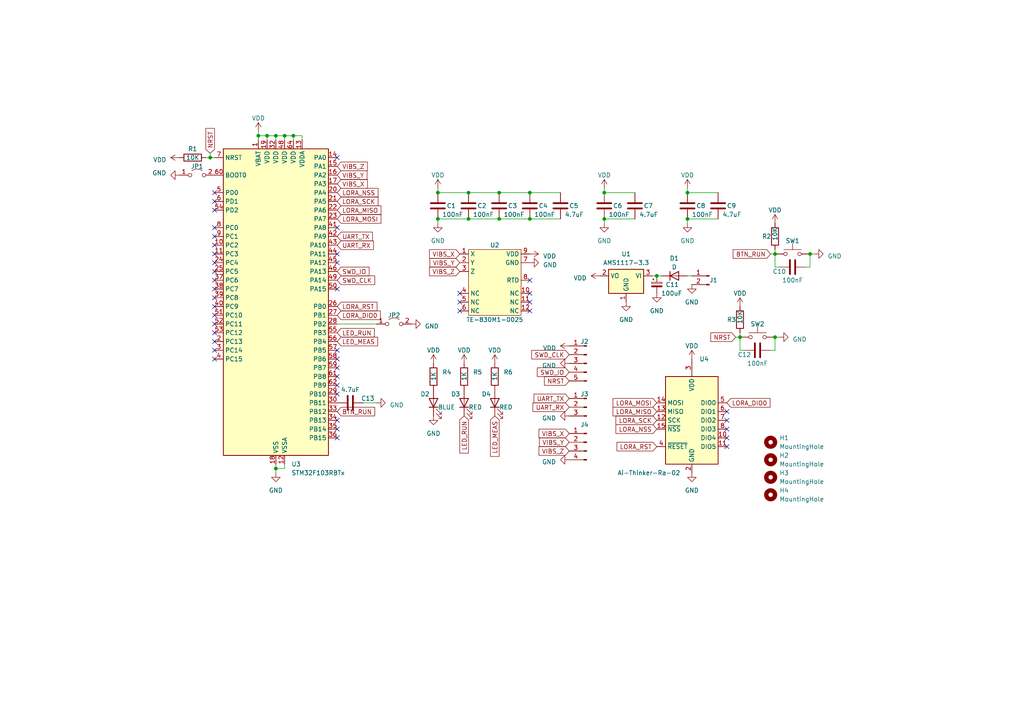
<source format=kicad_sch>
(kicad_sch (version 20230121) (generator eeschema)
  (paper "A4")
  (lib_symbols
    (symbol "Connector:Conn_01x02_Pin" (pin_names (offset 1.016) hide)
      (property "Reference" "J" (at 0 2.54 0))
      (property "Value" "Conn_01x02_Pin" (at 0 -5.08 0))
      (symbol "Conn_01x02_Pin_1_1"
        (polyline (pts (xy 1.27 -2.54) (xy 0.8636 -2.54)) (stroke (width 0.1524)))
        (polyline (pts (xy 1.27 0) (xy 0.8636 0)) (stroke (width 0.1524)))
        (rectangle (start 0.8636 -2.413) (end 0 -2.667) (stroke (width 0.1524)) (fill (type outline)))
        (rectangle (start 0.8636 0.127) (end 0 -0.127) (stroke (width 0.1524)) (fill (type outline)))
        (pin passive line (at 5.08 0 180) (length 3.81) (name "Pin_1") (number "1"))
        (pin passive line (at 5.08 -2.54 180) (length 3.81) (name "Pin_2") (number "2"))
      )
    )
    (symbol "Connector:Conn_01x03_Pin" (pin_names (offset 1.016) hide)
      (property "Reference" "J" (at 0 5.08 0))
      (property "Value" "Conn_01x03_Pin" (at 0 -5.08 0))
      (symbol "Conn_01x03_Pin_1_1"
        (polyline (pts (xy 1.27 -2.54) (xy 0.8636 -2.54)) (stroke (width 0.1524)))
        (polyline (pts (xy 1.27 0) (xy 0.8636 0)) (stroke (width 0.1524)))
        (polyline (pts (xy 1.27 2.54) (xy 0.8636 2.54)) (stroke (width 0.1524)))
        (rectangle (start 0.8636 -2.413) (end 0 -2.667) (stroke (width 0.1524)) (fill (type outline)))
        (rectangle (start 0.8636 0.127) (end 0 -0.127) (stroke (width 0.1524)) (fill (type outline)))
        (rectangle (start 0.8636 2.667) (end 0 2.413) (stroke (width 0.1524)) (fill (type outline)))
        (pin passive line (at 5.08 2.54 180) (length 3.81) (name "Pin_1") (number "1"))
        (pin passive line (at 5.08 0 180) (length 3.81) (name "Pin_2") (number "2"))
        (pin passive line (at 5.08 -2.54 180) (length 3.81) (name "Pin_3") (number "3"))
      )
    )
    (symbol "Connector:Conn_01x04_Pin" (pin_names (offset 1.016) hide)
      (property "Reference" "J" (at 0 5.08 0))
      (property "Value" "Conn_01x04_Pin" (at 0 -7.62 0))
      (symbol "Conn_01x04_Pin_1_1"
        (polyline (pts (xy 1.27 -5.08) (xy 0.8636 -5.08)) (stroke (width 0.1524)))
        (polyline (pts (xy 1.27 -2.54) (xy 0.8636 -2.54)) (stroke (width 0.1524)))
        (polyline (pts (xy 1.27 0) (xy 0.8636 0)) (stroke (width 0.1524)))
        (polyline (pts (xy 1.27 2.54) (xy 0.8636 2.54)) (stroke (width 0.1524)))
        (rectangle (start 0.8636 -4.953) (end 0 -5.207) (stroke (width 0.1524)) (fill (type outline)))
        (rectangle (start 0.8636 -2.413) (end 0 -2.667) (stroke (width 0.1524)) (fill (type outline)))
        (rectangle (start 0.8636 0.127) (end 0 -0.127) (stroke (width 0.1524)) (fill (type outline)))
        (rectangle (start 0.8636 2.667) (end 0 2.413) (stroke (width 0.1524)) (fill (type outline)))
        (pin passive line (at 5.08 2.54 180) (length 3.81) (name "Pin_1") (number "1"))
        (pin passive line (at 5.08 0 180) (length 3.81) (name "Pin_2") (number "2"))
        (pin passive line (at 5.08 -2.54 180) (length 3.81) (name "Pin_3") (number "3"))
        (pin passive line (at 5.08 -5.08 180) (length 3.81) (name "Pin_4") (number "4"))
      )
    )
    (symbol "Connector:Conn_01x05_Pin" (pin_names (offset 1.016) hide)
      (property "Reference" "J" (at 0 7.62 0))
      (property "Value" "Conn_01x05_Pin" (at 0 -7.62 0))
      (symbol "Conn_01x05_Pin_1_1"
        (polyline (pts (xy 1.27 -5.08) (xy 0.8636 -5.08)) (stroke (width 0.1524)))
        (polyline (pts (xy 1.27 -2.54) (xy 0.8636 -2.54)) (stroke (width 0.1524)))
        (polyline (pts (xy 1.27 0) (xy 0.8636 0)) (stroke (width 0.1524)))
        (polyline (pts (xy 1.27 2.54) (xy 0.8636 2.54)) (stroke (width 0.1524)))
        (polyline (pts (xy 1.27 5.08) (xy 0.8636 5.08)) (stroke (width 0.1524)))
        (rectangle (start 0.8636 -4.953) (end 0 -5.207) (stroke (width 0.1524)) (fill (type outline)))
        (rectangle (start 0.8636 -2.413) (end 0 -2.667) (stroke (width 0.1524)) (fill (type outline)))
        (rectangle (start 0.8636 0.127) (end 0 -0.127) (stroke (width 0.1524)) (fill (type outline)))
        (rectangle (start 0.8636 2.667) (end 0 2.413) (stroke (width 0.1524)) (fill (type outline)))
        (rectangle (start 0.8636 5.207) (end 0 4.953) (stroke (width 0.1524)) (fill (type outline)))
        (pin passive line (at 5.08 5.08 180) (length 3.81) (name "Pin_1") (number "1"))
        (pin passive line (at 5.08 2.54 180) (length 3.81) (name "Pin_2") (number "2"))
        (pin passive line (at 5.08 0 180) (length 3.81) (name "Pin_3") (number "3"))
        (pin passive line (at 5.08 -2.54 180) (length 3.81) (name "Pin_4") (number "4"))
        (pin passive line (at 5.08 -5.08 180) (length 3.81) (name "Pin_5") (number "5"))
      )
    )
    (symbol "Device:C" (pin_numbers hide) (pin_names (offset 0.254))
      (property "Reference" "C" (at 0.635 2.54 0))
      (property "Value" "C" (at 0.635 -2.54 0))
      (symbol "C_0_1"
        (polyline (pts (xy -2.032 -0.762) (xy 2.032 -0.762)) (stroke (width 0.508)))
        (polyline (pts (xy -2.032 0.762) (xy 2.032 0.762)) (stroke (width 0.508)))
      )
      (symbol "C_1_1"
        (pin passive line (at 0 3.81 270) (length 2.794) (name "~") (number "1"))
        (pin passive line (at 0 -3.81 90) (length 2.794) (name "~") (number "2"))
      )
    )
    (symbol "Device:C_Polarized_Small" (pin_numbers hide) (pin_names (offset 0.254) hide)
      (property "Reference" "C" (at 0.254 1.778 0))
      (property "Value" "C_Polarized_Small" (at 0.254 -2.032 0))
      (symbol "C_Polarized_Small_0_1"
        (rectangle (start -1.524 -0.3048) (end 1.524 -0.6858) (fill (type outline)))
        (rectangle (start -1.524 0.6858) (end 1.524 0.3048))
        (polyline (pts (xy -1.27 1.524) (xy -0.762 1.524)))
        (polyline (pts (xy -1.016 1.27) (xy -1.016 1.778)))
      )
      (symbol "C_Polarized_Small_1_1"
        (pin passive line (at 0 2.54 270) (length 1.8542) (name "~") (number "1"))
        (pin passive line (at 0 -2.54 90) (length 1.8542) (name "~") (number "2"))
      )
    )
    (symbol "Device:D" (pin_numbers hide) (pin_names (offset 1.016) hide)
      (property "Reference" "D" (at 0 2.54 0))
      (property "Value" "D" (at 0 -2.54 0))
      (symbol "D_0_1"
        (polyline (pts (xy -1.27 1.27) (xy -1.27 -1.27)) (stroke (width 0.254)))
        (polyline (pts (xy 1.27 0) (xy -1.27 0)))
        (polyline (pts (xy 1.27 1.27) (xy 1.27 -1.27) (xy -1.27 0) (xy 1.27 1.27)) (stroke (width 0.254)))
      )
      (symbol "D_1_1"
        (pin passive line (at -3.81 0 0) (length 2.54) (name "K") (number "1"))
        (pin passive line (at 3.81 0 180) (length 2.54) (name "A") (number "2"))
      )
    )
    (symbol "Device:LED" (pin_numbers hide) (pin_names (offset 1.016) hide)
      (property "Reference" "D" (at 0 2.54 0))
      (property "Value" "LED" (at 0 -2.54 0))
      (symbol "LED_0_1"
        (polyline (pts (xy -1.27 -1.27) (xy -1.27 1.27)) (stroke (width 0.254)))
        (polyline (pts (xy -1.27 0) (xy 1.27 0)))
        (polyline (pts (xy 1.27 -1.27) (xy 1.27 1.27) (xy -1.27 0) (xy 1.27 -1.27)) (stroke (width 0.254)))
        (polyline (pts (xy -3.048 -0.762) (xy -4.572 -2.286) (xy -3.81 -2.286) (xy -4.572 -2.286) (xy -4.572 -1.524)))
        (polyline (pts (xy -1.778 -0.762) (xy -3.302 -2.286) (xy -2.54 -2.286) (xy -3.302 -2.286) (xy -3.302 -1.524)))
      )
      (symbol "LED_1_1"
        (pin passive line (at -3.81 0 0) (length 2.54) (name "K") (number "1"))
        (pin passive line (at 3.81 0 180) (length 2.54) (name "A") (number "2"))
      )
    )
    (symbol "Device:R" (pin_numbers hide) (pin_names (offset 0))
      (property "Reference" "R" (at 2.032 0 90))
      (property "Value" "R" (at 0 0 90))
      (symbol "R_0_1"
        (rectangle (start -1.016 -2.54) (end 1.016 2.54) (stroke (width 0.254)))
      )
      (symbol "R_1_1"
        (pin passive line (at 0 3.81 270) (length 1.27) (name "~") (number "1"))
        (pin passive line (at 0 -3.81 90) (length 1.27) (name "~") (number "2"))
      )
    )
    (symbol "Jumper:Jumper_2_Open" (pin_names (offset 0) hide)
      (property "Reference" "JP" (at 0 2.794 0))
      (property "Value" "Jumper_2_Open" (at 0 -2.286 0))
      (symbol "Jumper_2_Open_0_0"
        (circle (center -2.032 0) (radius 0.508))
        (circle (center 2.032 0) (radius 0.508))
      )
      (symbol "Jumper_2_Open_0_1"
        (arc (start 1.524 1.27) (mid 0 1.778) (end -1.524 1.27))
      )
      (symbol "Jumper_2_Open_1_1"
        (pin passive line (at -5.08 0 0) (length 2.54) (name "A") (number "1"))
        (pin passive line (at 5.08 0 180) (length 2.54) (name "B") (number "2"))
      )
    )
    (symbol "MCU_ST_STM32F1:STM32F103RBTx"
      (property "Reference" "U" (at -15.24 46.99 0))
      (property "Value" "STM32F103RBTx" (at 10.16 46.99 0))
      (symbol "STM32F103RBTx_0_1"
        (rectangle (start -15.24 -43.18) (end 15.24 45.72) (stroke (width 0.254)) (fill (type background)))
      )
      (symbol "STM32F103RBTx_1_1"
        (pin power_in line (at -5.08 48.26 270) (length 2.54) (name "VBAT") (number "1"))
        (pin bidirectional line (at -17.78 17.78 0) (length 2.54) (name "PC2") (number "10"))
        (pin bidirectional line (at -17.78 15.24 0) (length 2.54) (name "PC3") (number "11"))
        (pin power_in line (at 2.54 -45.72 90) (length 2.54) (name "VSSA") (number "12"))
        (pin power_in line (at 7.62 48.26 270) (length 2.54) (name "VDDA") (number "13"))
        (pin bidirectional line (at 17.78 43.18 180) (length 2.54) (name "PA0") (number "14"))
        (pin bidirectional line (at 17.78 40.64 180) (length 2.54) (name "PA1") (number "15"))
        (pin bidirectional line (at 17.78 38.1 180) (length 2.54) (name "PA2") (number "16"))
        (pin bidirectional line (at 17.78 35.56 180) (length 2.54) (name "PA3") (number "17"))
        (pin power_in line (at 0 -45.72 90) (length 2.54) (name "VSS") (number "18"))
        (pin power_in line (at -2.54 48.26 270) (length 2.54) (name "VDD") (number "19"))
        (pin bidirectional line (at -17.78 -10.16 0) (length 2.54) (name "PC13") (number "2"))
        (pin bidirectional line (at 17.78 33.02 180) (length 2.54) (name "PA4") (number "20"))
        (pin bidirectional line (at 17.78 30.48 180) (length 2.54) (name "PA5") (number "21"))
        (pin bidirectional line (at 17.78 27.94 180) (length 2.54) (name "PA6") (number "22"))
        (pin bidirectional line (at 17.78 25.4 180) (length 2.54) (name "PA7") (number "23"))
        (pin bidirectional line (at -17.78 12.7 0) (length 2.54) (name "PC4") (number "24"))
        (pin bidirectional line (at -17.78 10.16 0) (length 2.54) (name "PC5") (number "25"))
        (pin bidirectional line (at 17.78 0 180) (length 2.54) (name "PB0") (number "26"))
        (pin bidirectional line (at 17.78 -2.54 180) (length 2.54) (name "PB1") (number "27"))
        (pin bidirectional line (at 17.78 -5.08 180) (length 2.54) (name "PB2") (number "28"))
        (pin bidirectional line (at 17.78 -25.4 180) (length 2.54) (name "PB10") (number "29"))
        (pin bidirectional line (at -17.78 -12.7 0) (length 2.54) (name "PC14") (number "3"))
        (pin bidirectional line (at 17.78 -27.94 180) (length 2.54) (name "PB11") (number "30"))
        (pin passive line (at 0 -45.72 90) (length 2.54) hide (name "VSS") (number "31"))
        (pin power_in line (at 0 48.26 270) (length 2.54) (name "VDD") (number "32"))
        (pin bidirectional line (at 17.78 -30.48 180) (length 2.54) (name "PB12") (number "33"))
        (pin bidirectional line (at 17.78 -33.02 180) (length 2.54) (name "PB13") (number "34"))
        (pin bidirectional line (at 17.78 -35.56 180) (length 2.54) (name "PB14") (number "35"))
        (pin bidirectional line (at 17.78 -38.1 180) (length 2.54) (name "PB15") (number "36"))
        (pin bidirectional line (at -17.78 7.62 0) (length 2.54) (name "PC6") (number "37"))
        (pin bidirectional line (at -17.78 5.08 0) (length 2.54) (name "PC7") (number "38"))
        (pin bidirectional line (at -17.78 2.54 0) (length 2.54) (name "PC8") (number "39"))
        (pin bidirectional line (at -17.78 -15.24 0) (length 2.54) (name "PC15") (number "4"))
        (pin bidirectional line (at -17.78 0 0) (length 2.54) (name "PC9") (number "40"))
        (pin bidirectional line (at 17.78 22.86 180) (length 2.54) (name "PA8") (number "41"))
        (pin bidirectional line (at 17.78 20.32 180) (length 2.54) (name "PA9") (number "42"))
        (pin bidirectional line (at 17.78 17.78 180) (length 2.54) (name "PA10") (number "43"))
        (pin bidirectional line (at 17.78 15.24 180) (length 2.54) (name "PA11") (number "44"))
        (pin bidirectional line (at 17.78 12.7 180) (length 2.54) (name "PA12") (number "45"))
        (pin bidirectional line (at 17.78 10.16 180) (length 2.54) (name "PA13") (number "46"))
        (pin passive line (at 0 -45.72 90) (length 2.54) hide (name "VSS") (number "47"))
        (pin power_in line (at 2.54 48.26 270) (length 2.54) (name "VDD") (number "48"))
        (pin bidirectional line (at 17.78 7.62 180) (length 2.54) (name "PA14") (number "49"))
        (pin bidirectional line (at -17.78 33.02 0) (length 2.54) (name "PD0") (number "5"))
        (pin bidirectional line (at 17.78 5.08 180) (length 2.54) (name "PA15") (number "50"))
        (pin bidirectional line (at -17.78 -2.54 0) (length 2.54) (name "PC10") (number "51"))
        (pin bidirectional line (at -17.78 -5.08 0) (length 2.54) (name "PC11") (number "52"))
        (pin bidirectional line (at -17.78 -7.62 0) (length 2.54) (name "PC12") (number "53"))
        (pin bidirectional line (at -17.78 27.94 0) (length 2.54) (name "PD2") (number "54"))
        (pin bidirectional line (at 17.78 -7.62 180) (length 2.54) (name "PB3") (number "55"))
        (pin bidirectional line (at 17.78 -10.16 180) (length 2.54) (name "PB4") (number "56"))
        (pin bidirectional line (at 17.78 -12.7 180) (length 2.54) (name "PB5") (number "57"))
        (pin bidirectional line (at 17.78 -15.24 180) (length 2.54) (name "PB6") (number "58"))
        (pin bidirectional line (at 17.78 -17.78 180) (length 2.54) (name "PB7") (number "59"))
        (pin bidirectional line (at -17.78 30.48 0) (length 2.54) (name "PD1") (number "6"))
        (pin input line (at -17.78 38.1 0) (length 2.54) (name "BOOT0") (number "60"))
        (pin bidirectional line (at 17.78 -20.32 180) (length 2.54) (name "PB8") (number "61"))
        (pin bidirectional line (at 17.78 -22.86 180) (length 2.54) (name "PB9") (number "62"))
        (pin passive line (at 0 -45.72 90) (length 2.54) hide (name "VSS") (number "63"))
        (pin power_in line (at 5.08 48.26 270) (length 2.54) (name "VDD") (number "64"))
        (pin input line (at -17.78 43.18 0) (length 2.54) (name "NRST") (number "7"))
        (pin bidirectional line (at -17.78 22.86 0) (length 2.54) (name "PC0") (number "8"))
        (pin bidirectional line (at -17.78 20.32 0) (length 2.54) (name "PC1") (number "9"))
      )
    )
    (symbol "Mechanical:MountingHole" (pin_names (offset 1.016))
      (property "Reference" "H" (at 0 5.08 0))
      (property "Value" "MountingHole" (at 0 3.175 0))
      (symbol "MountingHole_0_1"
        (circle (center 0 0) (radius 1.27) (stroke (width 1.27)))
      )
    )
    (symbol "RF_Module:Ai-Thinker-Ra-02"
      (property "Reference" "U" (at 2.54 19.05 0))
      (property "Value" "Ai-Thinker-Ra-02" (at 13.97 -15.24 0))
      (symbol "Ai-Thinker-Ra-02_0_1"
        (rectangle (start -7.62 12.7) (end 7.62 -12.7) (stroke (width 0.254)) (fill (type background)))
      )
      (symbol "Ai-Thinker-Ra-02_1_1"
        (pin passive line (at 0 -15.24 90) (length 2.54) hide (name "GND") (number "1"))
        (pin bidirectional line (at 10.16 -5.08 180) (length 2.54) (name "DIO4") (number "10"))
        (pin bidirectional line (at 10.16 -7.62 180) (length 2.54) (name "DIO5") (number "11"))
        (pin input line (at -10.16 0 0) (length 2.54) (name "SCK") (number "12"))
        (pin output line (at -10.16 2.54 0) (length 2.54) (name "MISO") (number "13"))
        (pin input line (at -10.16 5.08 0) (length 2.54) (name "MOSI") (number "14"))
        (pin input line (at -10.16 -2.54 0) (length 2.54) (name "~{NSS}") (number "15"))
        (pin passive line (at 0 -15.24 90) (length 2.54) hide (name "GND") (number "16"))
        (pin power_in line (at 0 -15.24 90) (length 2.54) (name "GND") (number "2"))
        (pin power_in line (at 0 17.78 270) (length 5.08) (name "VDD") (number "3"))
        (pin input line (at -10.16 -7.62 0) (length 2.54) (name "~{RESET}") (number "4"))
        (pin bidirectional line (at 10.16 5.08 180) (length 2.54) (name "DIO0") (number "5"))
        (pin bidirectional line (at 10.16 2.54 180) (length 2.54) (name "DIO1") (number "6"))
        (pin bidirectional line (at 10.16 0 180) (length 2.54) (name "DIO2") (number "7"))
        (pin bidirectional line (at 10.16 -2.54 180) (length 2.54) (name "DIO3") (number "8"))
        (pin passive line (at 0 -15.24 90) (length 2.54) hide (name "GND") (number "9"))
      )
    )
    (symbol "Regulator_Linear:AMS1117-3.3"
      (property "Reference" "U" (at -3.81 3.175 0))
      (property "Value" "AMS1117-3.3" (at 0 3.175 0))
      (symbol "AMS1117-3.3_0_1"
        (rectangle (start -5.08 -5.08) (end 5.08 1.905) (stroke (width 0.254)) (fill (type background)))
      )
      (symbol "AMS1117-3.3_1_1"
        (pin power_in line (at 0 -7.62 90) (length 2.54) (name "GND") (number "1"))
        (pin power_out line (at 7.62 0 180) (length 2.54) (name "VO") (number "2"))
        (pin power_in line (at -7.62 0 0) (length 2.54) (name "VI") (number "3"))
      )
    )
    (symbol "Switch:SW_Push" (pin_numbers hide) (pin_names (offset 1.016) hide)
      (property "Reference" "SW" (at 1.27 2.54 0))
      (property "Value" "SW_Push" (at 0 -1.524 0))
      (symbol "SW_Push_0_1"
        (circle (center -2.032 0) (radius 0.508))
        (polyline (pts (xy 0 1.27) (xy 0 3.048)))
        (polyline (pts (xy 2.54 1.27) (xy -2.54 1.27)))
        (circle (center 2.032 0) (radius 0.508))
        (pin passive line (at -5.08 0 0) (length 2.54) (name "1") (number "1"))
        (pin passive line (at 5.08 0 180) (length 2.54) (name "2") (number "2"))
      )
    )
    (symbol "TE-830M1:TE-830M1"
      (property "Reference" "U" (at 0 10.16 0))
      (property "Value" "TE-830M1-0025" (at 0 -11.43 0))
      (symbol "TE-830M1_1_1"
        (rectangle (start -7.62 8.89) (end 7.62 -10.16) (fill (type background)))
        (pin output line (at -10.16 7.62 0) (length 2.54) (name "X") (number "1"))
        (pin input line (at 10.16 -3.81 180) (length 2.54) (name "NC") (number "10"))
        (pin input line (at 10.16 -6.35 180) (length 2.54) (name "NC") (number "11"))
        (pin input line (at 10.16 -8.89 180) (length 2.54) (name "NC") (number "12"))
        (pin output line (at -10.16 5.08 0) (length 2.54) (name "Y") (number "2"))
        (pin output line (at -10.16 2.54 0) (length 2.54) (name "Z") (number "3"))
        (pin input line (at -10.16 -3.81 0) (length 2.54) (name "NC") (number "4"))
        (pin input line (at -10.16 -6.35 0) (length 2.54) (name "NC") (number "5"))
        (pin input line (at -10.16 -8.89 0) (length 2.54) (name "NC") (number "6"))
        (pin power_out line (at 10.16 5.08 180) (length 2.54) (name "GND") (number "7"))
        (pin output line (at 10.16 0 180) (length 2.54) (name "RTD") (number "8"))
        (pin power_in line (at 10.16 7.62 180) (length 2.54) (name "VDD") (number "9"))
      )
    )
    (symbol "power:GND" (power) (pin_names (offset 0))
      (property "Value" "GND" (at 0 -3.81 0))
      (symbol "GND_0_1"
        (polyline (pts (xy 0 0) (xy 0 -1.27) (xy 1.27 -1.27) (xy 0 -2.54) (xy -1.27 -1.27) (xy 0 -1.27)))
      )
      (symbol "GND_1_1"
        (pin power_in line (at 0 0 270) (length 0) hide (name "GND") (number "1"))
      )
    )
    (symbol "power:VDD" (power) (pin_names (offset 0))
      (property "Value" "VDD" (at 0 3.81 0))
      (symbol "VDD_0_1"
        (polyline (pts (xy -0.762 1.27) (xy 0 2.54)))
        (polyline (pts (xy 0 0) (xy 0 2.54)))
        (polyline (pts (xy 0 2.54) (xy 0.762 1.27)))
      )
      (symbol "VDD_1_1"
        (pin power_in line (at 0 0 90) (length 0) hide (name "VDD") (number "1"))
      )
    )
  )
  (junction (at 135.89 63.5))
  (junction (at 85.09 39.37))
  (junction (at 127 63.5))
  (junction (at 80.01 39.37))
  (junction (at 127 55.88))
  (junction (at 60.96 45.72))
  (junction (at 135.89 55.88))
  (junction (at 80.01 135.89))
  (junction (at 153.67 63.5))
  (junction (at 77.47 39.37))
  (junction (at 74.93 39.37))
  (junction (at 190.5 80.01))
  (junction (at 224.79 97.79))
  (junction (at 214.63 97.79))
  (junction (at 224.79 73.66))
  (junction (at 144.78 55.88))
  (junction (at 199.39 63.5))
  (junction (at 234.95 73.66))
  (junction (at 82.55 39.37))
  (junction (at 175.26 63.5))
  (junction (at 153.67 55.88))
  (junction (at 199.39 55.88))
  (junction (at 175.26 55.88))
  (junction (at 144.78 63.5))
  (no_connect (at 62.23 55.88))
  (no_connect (at 210.82 124.46))
  (no_connect (at 62.23 96.52))
  (no_connect (at 97.79 124.46))
  (no_connect (at 97.79 106.68))
  (no_connect (at 62.23 58.42))
  (no_connect (at 133.35 87.63))
  (no_connect (at 97.79 114.3))
  (no_connect (at 210.82 119.38))
  (no_connect (at 97.79 121.92))
  (no_connect (at 97.79 104.14))
  (no_connect (at 62.23 93.98))
  (no_connect (at 62.23 88.9))
  (no_connect (at 62.23 60.96))
  (no_connect (at 97.79 127))
  (no_connect (at 210.82 121.92))
  (no_connect (at 62.23 101.6))
  (no_connect (at 153.67 87.63))
  (no_connect (at 62.23 91.44))
  (no_connect (at 62.23 66.04))
  (no_connect (at 62.23 68.58))
  (no_connect (at 62.23 99.06))
  (no_connect (at 62.23 76.2))
  (no_connect (at 153.67 81.28))
  (no_connect (at 97.79 45.72))
  (no_connect (at 153.67 85.09))
  (no_connect (at 62.23 73.66))
  (no_connect (at 97.79 83.82))
  (no_connect (at 210.82 129.54))
  (no_connect (at 62.23 78.74))
  (no_connect (at 97.79 73.66))
  (no_connect (at 62.23 86.36))
  (no_connect (at 97.79 66.04))
  (no_connect (at 97.79 76.2))
  (no_connect (at 133.35 90.17))
  (no_connect (at 97.79 111.76))
  (no_connect (at 97.79 109.22))
  (no_connect (at 210.82 127))
  (no_connect (at 153.67 90.17))
  (no_connect (at 133.35 85.09))
  (no_connect (at 97.79 101.6))
  (no_connect (at 62.23 71.12))
  (no_connect (at 62.23 83.82))
  (no_connect (at 62.23 104.14))
  (no_connect (at 62.23 81.28))
  (wire (pts (xy 199.39 63.5) (xy 208.28 63.5)))
  (wire (pts (xy 144.78 55.88) (xy 153.67 55.88)))
  (wire (pts (xy 224.79 97.79) (xy 224.79 101.6)))
  (wire (pts (xy 214.63 96.52) (xy 214.63 97.79)))
  (wire (pts (xy 153.67 63.5) (xy 162.56 63.5)))
  (wire (pts (xy 80.01 134.62) (xy 80.01 135.89)))
  (wire (pts (xy 60.96 45.72) (xy 62.23 45.72)))
  (wire (pts (xy 82.55 40.64) (xy 82.55 39.37)))
  (wire (pts (xy 127 63.5) (xy 135.89 63.5)))
  (wire (pts (xy 234.95 73.66) (xy 234.95 77.47)))
  (wire (pts (xy 175.26 54.61) (xy 175.26 55.88)))
  (wire (pts (xy 80.01 40.64) (xy 80.01 39.37)))
  (wire (pts (xy 199.39 54.61) (xy 199.39 55.88)))
  (wire (pts (xy 80.01 39.37) (xy 77.47 39.37)))
  (wire (pts (xy 82.55 39.37) (xy 80.01 39.37)))
  (wire (pts (xy 135.89 63.5) (xy 144.78 63.5)))
  (wire (pts (xy 74.93 38.1) (xy 74.93 39.37)))
  (wire (pts (xy 77.47 40.64) (xy 77.47 39.37)))
  (wire (pts (xy 224.79 77.47) (xy 226.06 77.47)))
  (wire (pts (xy 59.69 45.72) (xy 60.96 45.72)))
  (wire (pts (xy 80.01 135.89) (xy 80.01 137.16)))
  (wire (pts (xy 191.77 80.01) (xy 190.5 80.01)))
  (wire (pts (xy 214.63 97.79) (xy 214.63 101.6)))
  (wire (pts (xy 224.79 73.66) (xy 224.79 77.47)))
  (wire (pts (xy 223.52 101.6) (xy 224.79 101.6)))
  (wire (pts (xy 190.5 80.01) (xy 189.23 80.01)))
  (wire (pts (xy 127 54.61) (xy 127 55.88)))
  (wire (pts (xy 109.22 116.84) (xy 105.41 116.84)))
  (wire (pts (xy 199.39 55.88) (xy 208.28 55.88)))
  (wire (pts (xy 153.67 55.88) (xy 162.56 55.88)))
  (wire (pts (xy 214.63 101.6) (xy 215.9 101.6)))
  (wire (pts (xy 97.79 93.98) (xy 109.22 93.98)))
  (wire (pts (xy 175.26 55.88) (xy 184.15 55.88)))
  (wire (pts (xy 74.93 39.37) (xy 74.93 40.64)))
  (wire (pts (xy 223.52 73.66) (xy 224.79 73.66)))
  (wire (pts (xy 224.79 72.39) (xy 224.79 73.66)))
  (wire (pts (xy 144.78 63.5) (xy 153.67 63.5)))
  (wire (pts (xy 82.55 135.89) (xy 80.01 135.89)))
  (wire (pts (xy 135.89 55.88) (xy 144.78 55.88)))
  (wire (pts (xy 60.96 44.45) (xy 60.96 45.72)))
  (wire (pts (xy 82.55 134.62) (xy 82.55 135.89)))
  (wire (pts (xy 85.09 40.64) (xy 85.09 39.37)))
  (wire (pts (xy 200.66 80.01) (xy 199.39 80.01)))
  (wire (pts (xy 127 64.77) (xy 127 63.5)))
  (wire (pts (xy 234.95 73.66) (xy 236.22 73.66)))
  (wire (pts (xy 175.26 63.5) (xy 184.15 63.5)))
  (wire (pts (xy 233.68 77.47) (xy 234.95 77.47)))
  (wire (pts (xy 85.09 39.37) (xy 82.55 39.37)))
  (wire (pts (xy 87.63 40.64) (xy 87.63 39.37)))
  (wire (pts (xy 74.93 39.37) (xy 77.47 39.37)))
  (wire (pts (xy 213.36 97.79) (xy 214.63 97.79)))
  (wire (pts (xy 175.26 63.5) (xy 175.26 64.77)))
  (wire (pts (xy 85.09 39.37) (xy 87.63 39.37)))
  (wire (pts (xy 224.79 97.79) (xy 226.06 97.79)))
  (wire (pts (xy 127 55.88) (xy 135.89 55.88)))
  (wire (pts (xy 199.39 63.5) (xy 199.39 64.77)))
  (global_label "LORA_SCK" (shape input) (at 190.5 121.92 180) (property "Intersheetrefs" "${INTERSHEET_REFS}" (effects hide)))
  (global_label "VIBS_Z" (shape input) (at 97.79 48.26 0) (property "Intersheetrefs" "${INTERSHEET_REFS}" (effects hide)))
  (global_label "LED_MEAS" (shape input) (at 97.79 99.06 0) (property "Intersheetrefs" "${INTERSHEET_REFS}" (effects hide)))
  (global_label "LORA_NSS" (shape input) (at 97.79 55.88 0) (property "Intersheetrefs" "${INTERSHEET_REFS}" (effects hide)))
  (global_label "LORA_MOSI" (shape input) (at 97.79 63.5 0) (property "Intersheetrefs" "${INTERSHEET_REFS}" (effects hide)))
  (global_label "VIBS_Z" (shape input) (at 133.35 78.74 180) (property "Intersheetrefs" "${INTERSHEET_REFS}" (effects hide)))
  (global_label "LORA_DIO0" (shape input) (at 210.82 116.84 0) (property "Intersheetrefs" "${INTERSHEET_REFS}" (effects hide)))
  (global_label "NRST" (shape input) (at 213.36 97.79 180) (property "Intersheetrefs" "${INTERSHEET_REFS}" (effects hide)))
  (global_label "VIBS_Z" (shape input) (at 165.1 130.81 180) (property "Intersheetrefs" "${INTERSHEET_REFS}" (effects hide)))
  (global_label "SWD_IO" (shape input) (at 97.79 78.74 0) (property "Intersheetrefs" "${INTERSHEET_REFS}" (effects hide)))
  (global_label "VIBS_X" (shape input) (at 165.1 125.73 180) (property "Intersheetrefs" "${INTERSHEET_REFS}" (effects hide)))
  (global_label "LORA_RST" (shape input) (at 190.5 129.54 180) (property "Intersheetrefs" "${INTERSHEET_REFS}" (effects hide)))
  (global_label "NRST" (shape input) (at 60.96 44.45 90) (property "Intersheetrefs" "${INTERSHEET_REFS}" (effects hide)))
  (global_label "NRST" (shape input) (at 165.1 110.49 180) (property "Intersheetrefs" "${INTERSHEET_REFS}" (effects hide)))
  (global_label "LORA_SCK" (shape input) (at 97.79 58.42 0) (property "Intersheetrefs" "${INTERSHEET_REFS}" (effects hide)))
  (global_label "UART_RX" (shape input) (at 165.1 118.11 180) (property "Intersheetrefs" "${INTERSHEET_REFS}" (effects hide)))
  (global_label "LORA_MOSI" (shape input) (at 190.5 116.84 180) (property "Intersheetrefs" "${INTERSHEET_REFS}" (effects hide)))
  (global_label "VIBS_Y" (shape input) (at 133.35 76.2 180) (property "Intersheetrefs" "${INTERSHEET_REFS}" (effects hide)))
  (global_label "LED_RUN" (shape input) (at 97.79 96.52 0) (property "Intersheetrefs" "${INTERSHEET_REFS}" (effects hide)))
  (global_label "UART_RX" (shape input) (at 97.79 71.12 0) (property "Intersheetrefs" "${INTERSHEET_REFS}" (effects hide)))
  (global_label "UART_TX" (shape input) (at 165.1 115.57 180) (property "Intersheetrefs" "${INTERSHEET_REFS}" (effects hide)))
  (global_label "VIBS_Y" (shape input) (at 165.1 128.27 180) (property "Intersheetrefs" "${INTERSHEET_REFS}" (effects hide)))
  (global_label "SWD_IO" (shape input) (at 165.1 107.95 180) (property "Intersheetrefs" "${INTERSHEET_REFS}" (effects hide)))
  (global_label "LORA_MISO" (shape input) (at 190.5 119.38 180) (property "Intersheetrefs" "${INTERSHEET_REFS}" (effects hide)))
  (global_label "LORA_MISO" (shape input) (at 97.79 60.96 0) (property "Intersheetrefs" "${INTERSHEET_REFS}" (effects hide)))
  (global_label "SWD_CLK" (shape input) (at 165.1 102.87 180) (property "Intersheetrefs" "${INTERSHEET_REFS}" (effects hide)))
  (global_label "BTN_RUN" (shape input) (at 223.52 73.66 180) (property "Intersheetrefs" "${INTERSHEET_REFS}" (effects hide)))
  (global_label "LORA_DIO0" (shape input) (at 97.79 91.44 0) (property "Intersheetrefs" "${INTERSHEET_REFS}" (effects hide)))
  (global_label "UART_TX" (shape input) (at 97.79 68.58 0) (property "Intersheetrefs" "${INTERSHEET_REFS}" (effects hide)))
  (global_label "SWD_CLK" (shape input) (at 97.79 81.28 0) (property "Intersheetrefs" "${INTERSHEET_REFS}" (effects hide)))
  (global_label "BTN_RUN" (shape input) (at 97.79 119.38 0) (property "Intersheetrefs" "${INTERSHEET_REFS}" (effects hide)))
  (global_label "VIBS_X" (shape input) (at 133.35 73.66 180) (property "Intersheetrefs" "${INTERSHEET_REFS}" (effects hide)))
  (global_label "VIBS_Y" (shape input) (at 97.79 50.8 0) (property "Intersheetrefs" "${INTERSHEET_REFS}" (effects hide)))
  (global_label "LORA_RST" (shape input) (at 97.79 88.9 0) (property "Intersheetrefs" "${INTERSHEET_REFS}" (effects hide)))
  (global_label "LED_RUN" (shape input) (at 134.62 120.65 270) (property "Intersheetrefs" "${INTERSHEET_REFS}" (effects hide)))
  (global_label "LED_MEAS" (shape input) (at 143.51 120.65 270) (property "Intersheetrefs" "${INTERSHEET_REFS}" (effects hide)))
  (global_label "VIBS_X" (shape input) (at 97.79 53.34 0) (property "Intersheetrefs" "${INTERSHEET_REFS}" (effects hide)))
  (global_label "LORA_NSS" (shape input) (at 190.5 124.46 180) (property "Intersheetrefs" "${INTERSHEET_REFS}" (effects hide)))
  (symbol (lib_id "Device:R") (at 125.73 109.22 0) (unit 1)
    (property "Reference" "R4" (at 128.27 107.9499 0) (effects (justify left)))
    (property "Value" "1K" (at 125.73 110.49 90) (effects (justify left)))
    (property "Footprint" "Resistor_SMD:R_1206_3216Metric_Pad1.30x1.75mm_HandSolder" (effects hide))
  )
  (symbol (lib_id "Device:R") (at 143.51 109.22 0) (unit 1)
    (property "Reference" "R6" (at 146.05 107.9499 0) (effects (justify left)))
    (property "Value" "1K" (at 143.51 110.49 90) (effects (justify left)))
    (property "Footprint" "Resistor_SMD:R_1206_3216Metric_Pad1.30x1.75mm_HandSolder" (effects hide))
  )
  (symbol (lib_id "power:VDD") (at 127 54.61 0) (unit 1)
    (property "Reference" "#PWR04" (effects hide))
    (property "Value" "VDD" (at 127 50.8 0))
  )
  (symbol (lib_id "power:GND") (at 165.1 133.35 270) (unit 1)
    (property "Reference" "#PWR030" (effects hide))
    (property "Value" "GND" (at 161.29 133.985 90) (effects (justify right)))
  )
  (symbol (lib_id "Device:D") (at 195.58 80.01 0) (unit 1)
    (property "Reference" "D1" (at 195.58 74.93 0))
    (property "Value" "D" (at 195.58 77.47 0))
    (property "Footprint" "Diode_SMD:D_SMA-SMB_Universal_Handsoldering" (effects hide))
    (property "Sim.Device" "D" (effects hide))
    (property "Sim.Pins" "1=K 2=A" (effects hide))
  )
  (symbol (lib_id "Device:C") (at 175.26 59.69 0) (unit 1)
    (property "Reference" "C6" (at 177.8 59.69 0) (effects (justify left)))
    (property "Value" "100nF" (at 176.53 62.23 0) (effects (justify left)))
    (property "Footprint" "Capacitor_SMD:C_1206_3216Metric_Pad1.33x1.80mm_HandSolder" (effects hide))
  )
  (symbol (lib_id "Mechanical:MountingHole") (at 223.52 138.43 0) (unit 1)
    (property "Reference" "H3" (at 226.06 137.16 0) (effects (justify left)))
    (property "Value" "MountingHole" (at 226.06 139.7 0) (effects (justify left)))
    (property "Footprint" "MountingHole:MountingHole_2.1mm" (effects hide))
  )
  (symbol (lib_id "power:VDD") (at 134.62 105.41 0) (unit 1)
    (property "Reference" "#PWR024" (effects hide))
    (property "Value" "VDD" (at 134.62 101.6 0))
  )
  (symbol (lib_id "power:GND") (at 165.1 105.41 270) (unit 1)
    (property "Reference" "#PWR022" (effects hide))
    (property "Value" "GND" (at 161.29 106.045 90) (effects (justify right)))
  )
  (symbol (lib_id "power:GND") (at 199.39 64.77 0) (unit 1)
    (property "Reference" "#PWR09" (effects hide))
    (property "Value" "GND" (at 199.39 69.85 0))
  )
  (symbol (lib_id "power:VDD") (at 143.51 105.41 0) (unit 1)
    (property "Reference" "#PWR025" (effects hide))
    (property "Value" "VDD" (at 143.51 101.6 0))
  )
  (symbol (lib_id "power:GND") (at 153.67 76.2 90) (unit 1)
    (property "Reference" "#PWR013" (effects hide))
    (property "Value" "GND" (at 157.48 76.835 90) (effects (justify right)))
  )
  (symbol (lib_id "Mechanical:MountingHole") (at 223.52 133.35 0) (unit 1)
    (property "Reference" "H2" (at 226.06 132.08 0) (effects (justify left)))
    (property "Value" "MountingHole" (at 226.06 134.62 0) (effects (justify left)))
    (property "Footprint" "MountingHole:MountingHole_2.1mm" (effects hide))
  )
  (symbol (lib_id "Mechanical:MountingHole") (at 223.52 143.51 0) (unit 1)
    (property "Reference" "H4" (at 226.06 142.24 0) (effects (justify left)))
    (property "Value" "MountingHole" (at 226.06 144.78 0) (effects (justify left)))
    (property "Footprint" "MountingHole:MountingHole_2.1mm" (effects hide))
  )
  (symbol (lib_id "TE-830M1:TE-830M1") (at 143.51 81.28 0) (unit 1)
    (property "Reference" "U2" (at 143.51 71.12 0))
    (property "Value" "TE-830M1-0025" (at 143.51 92.71 0))
    (property "Footprint" "Package_PLLC:TE-830M1" (effects hide))
  )
  (symbol (lib_id "power:GND") (at 236.22 73.66 90) (unit 1)
    (property "Reference" "#PWR012" (effects hide))
    (property "Value" "GND" (at 240.03 74.295 90) (effects (justify right)))
  )
  (symbol (lib_id "Connector:Conn_01x05_Pin") (at 170.18 105.41 0) (mirror y) (unit 1)
    (property "Reference" "J2" (at 169.545 99.06 0))
    (property "Value" "Conn_01x05_Pin" (effects hide))
    (property "Footprint" "Connector_PinHeader_2.54mm:PinHeader_1x05_P2.54mm_Vertical" (effects hide))
  )
  (symbol (lib_id "Device:C") (at 184.15 59.69 0) (unit 1)
    (property "Reference" "C7" (at 186.69 59.69 0) (effects (justify left)))
    (property "Value" "4.7uF" (at 185.42 62.23 0) (effects (justify left)))
    (property "Footprint" "Capacitor_SMD:C_1206_3216Metric_Pad1.33x1.80mm_HandSolder" (effects hide))
  )
  (symbol (lib_id "power:VDD") (at 200.66 104.14 0) (unit 1)
    (property "Reference" "#PWR026" (effects hide))
    (property "Value" "VDD" (at 200.66 100.33 0))
  )
  (symbol (lib_id "Jumper:Jumper_2_Open") (at 114.3 93.98 0) (unit 1)
    (property "Reference" "JP2" (at 114.3 91.44 0))
    (property "Value" "Jumper_2_Open" (effects hide))
    (property "Footprint" "Jumper:SolderJumper-2_P1.3mm_Open_RoundedPad1.0x1.5mm" (effects hide))
  )
  (symbol (lib_id "Device:C") (at 135.89 59.69 0) (unit 1)
    (property "Reference" "C2" (at 138.43 59.69 0) (effects (justify left)))
    (property "Value" "100nF" (at 137.16 62.23 0) (effects (justify left)))
    (property "Footprint" "Capacitor_SMD:C_1206_3216Metric_Pad1.33x1.80mm_HandSolder" (effects hide))
  )
  (symbol (lib_id "Device:LED") (at 125.73 116.84 90) (unit 1)
    (property "Reference" "D2" (at 121.92 114.3 90) (effects (justify right)))
    (property "Value" "BLUE" (at 127 118.11 90) (effects (justify right)))
    (property "Footprint" "LED_SMD:LED_1206_3216Metric_Pad1.42x1.75mm_HandSolder" (effects hide))
  )
  (symbol (lib_id "power:GND") (at 175.26 64.77 0) (unit 1)
    (property "Reference" "#PWR08" (effects hide))
    (property "Value" "GND" (at 175.26 69.85 0))
  )
  (symbol (lib_id "power:VDD") (at 74.93 38.1 0) (unit 1)
    (property "Reference" "#PWR01" (effects hide))
    (property "Value" "VDD" (at 74.93 34.29 0))
  )
  (symbol (lib_id "Device:LED") (at 143.51 116.84 90) (unit 1)
    (property "Reference" "D4" (at 139.7 114.3 90) (effects (justify right)))
    (property "Value" "RED" (at 144.78 118.11 90) (effects (justify right)))
    (property "Footprint" "LED_SMD:LED_1206_3216Metric_Pad1.42x1.75mm_HandSolder" (effects hide))
  )
  (symbol (lib_id "Device:C") (at 229.87 77.47 90) (unit 1)
    (property "Reference" "C10" (at 226.06 78.74 90))
    (property "Value" "100nF" (at 229.87 81.28 90))
    (property "Footprint" "Capacitor_SMD:C_1206_3216Metric_Pad1.33x1.80mm_HandSolder" (effects hide))
  )
  (symbol (lib_id "power:GND") (at 200.66 137.16 0) (unit 1)
    (property "Reference" "#PWR032" (effects hide))
    (property "Value" "GND" (at 200.66 142.24 0))
  )
  (symbol (lib_id "power:VDD") (at 224.79 64.77 0) (unit 1)
    (property "Reference" "#PWR010" (effects hide))
    (property "Value" "VDD" (at 224.79 60.96 0))
  )
  (symbol (lib_id "Connector:Conn_01x02_Pin") (at 205.74 80.01 0) (mirror y) (unit 1)
    (property "Reference" "J1" (at 205.74 81.28 0) (effects (justify right)))
    (property "Value" "Conn_01x02_Pin" (effects hide))
    (property "Footprint" "Connector_PinHeader_2.54mm:PinHeader_1x02_P2.54mm_Vertical" (effects hide))
  )
  (symbol (lib_id "power:GND") (at 200.66 82.55 0) (unit 1)
    (property "Reference" "#PWR015" (effects hide))
    (property "Value" "GND" (at 200.66 87.63 0))
  )
  (symbol (lib_id "Switch:SW_Push") (at 219.71 97.79 0) (unit 1)
    (property "Reference" "SW2" (at 219.71 93.98 0))
    (property "Value" "SW_Push" (effects hide))
    (property "Footprint" "Button_Switch_THT:SW_PUSH_6mm" (effects hide))
  )
  (symbol (lib_id "power:VDD") (at 165.1 100.33 90) (unit 1)
    (property "Reference" "#PWR021" (effects hide))
    (property "Value" "VDD" (at 161.29 100.965 90) (effects (justify left)))
  )
  (symbol (lib_id "Device:C") (at 144.78 59.69 0) (unit 1)
    (property "Reference" "C3" (at 147.32 59.69 0) (effects (justify left)))
    (property "Value" "100nF" (at 146.05 62.23 0) (effects (justify left)))
    (property "Footprint" "Capacitor_SMD:C_1206_3216Metric_Pad1.33x1.80mm_HandSolder" (effects hide))
  )
  (symbol (lib_id "power:GND") (at 165.1 120.65 270) (unit 1)
    (property "Reference" "#PWR028" (effects hide))
    (property "Value" "GND" (at 161.29 121.285 90) (effects (justify right)))
  )
  (symbol (lib_id "Connector:Conn_01x04_Pin") (at 170.18 128.27 0) (mirror y) (unit 1)
    (property "Reference" "J4" (at 169.545 123.19 0))
    (property "Value" "Conn_01x04_Pin" (effects hide))
    (property "Footprint" "Connector_PinHeader_2.54mm:PinHeader_1x04_P2.54mm_Vertical" (effects hide))
  )
  (symbol (lib_id "power:GND") (at 80.01 137.16 0) (unit 1)
    (property "Reference" "#PWR031" (effects hide))
    (property "Value" "GND" (at 80.01 142.24 0))
  )
  (symbol (lib_id "RF_Module:Ai-Thinker-Ra-02") (at 200.66 121.92 0) (unit 1)
    (property "Reference" "U4" (at 202.8541 104.14 0) (effects (justify left)))
    (property "Value" "Ai-Thinker-Ra-02" (at 179.07 137.16 0) (effects (justify left)))
    (property "Footprint" "RF_Module:Ai-Thinker-Ra-01-LoRa" (effects hide))
    (property "Datasheet" "http://wiki.ai-thinker.com/_media/lora/docs/c048ps01a1_ra-02_product_specification_v1.1.pdf" (effects hide))
  )
  (symbol (lib_id "Device:C") (at 208.28 59.69 0) (unit 1)
    (property "Reference" "C9" (at 210.82 59.69 0) (effects (justify left)))
    (property "Value" "4.7uF" (at 209.55 62.23 0) (effects (justify left)))
    (property "Footprint" "Capacitor_SMD:C_1206_3216Metric_Pad1.33x1.80mm_HandSolder" (effects hide))
  )
  (symbol (lib_id "power:VDD") (at 175.26 54.61 0) (unit 1)
    (property "Reference" "#PWR05" (effects hide))
    (property "Value" "VDD" (at 175.26 50.8 0))
  )
  (symbol (lib_id "power:GND") (at 52.07 50.8 270) (mirror x) (unit 1)
    (property "Reference" "#PWR03" (effects hide))
    (property "Value" "GND" (at 48.26 50.165 90) (effects (justify right)))
  )
  (symbol (lib_id "power:GND") (at 109.22 116.84 90) (unit 1)
    (property "Reference" "#PWR027" (effects hide))
    (property "Value" "GND" (at 113.03 117.475 90) (effects (justify right)))
  )
  (symbol (lib_id "power:GND") (at 127 64.77 0) (unit 1)
    (property "Reference" "#PWR07" (effects hide))
    (property "Value" "GND" (at 127 69.85 0))
  )
  (symbol (lib_id "MCU_ST_STM32F1:STM32F103RBTx") (at 80.01 88.9 0) (unit 1)
    (property "Reference" "U3" (at 84.5059 134.62 0) (effects (justify left)))
    (property "Value" "STM32F103RBTx" (at 84.5059 137.16 0) (effects (justify left)))
    (property "Footprint" "Package_QFP:LQFP-64_10x10mm_P0.5mm" (effects hide))
    (property "Datasheet" "https://www.st.com/resource/en/datasheet/stm32f103rb.pdf" (effects hide))
  )
  (symbol (lib_id "Device:R") (at 134.62 109.22 0) (unit 1)
    (property "Reference" "R5" (at 137.16 107.9499 0) (effects (justify left)))
    (property "Value" "1K" (at 134.62 110.49 90) (effects (justify left)))
    (property "Footprint" "Resistor_SMD:R_1206_3216Metric_Pad1.30x1.75mm_HandSolder" (effects hide))
  )
  (symbol (lib_id "Device:C") (at 153.67 59.69 0) (unit 1)
    (property "Reference" "C4" (at 156.21 59.69 0) (effects (justify left)))
    (property "Value" "100nF" (at 154.94 62.23 0) (effects (justify left)))
    (property "Footprint" "Capacitor_SMD:C_1206_3216Metric_Pad1.33x1.80mm_HandSolder" (effects hide))
  )
  (symbol (lib_id "Switch:SW_Push") (at 229.87 73.66 0) (unit 1)
    (property "Reference" "SW1" (at 229.87 69.85 0))
    (property "Value" "SW_Push" (effects hide))
    (property "Footprint" "Button_Switch_THT:SW_PUSH_6mm" (effects hide))
  )
  (symbol (lib_id "Device:C") (at 219.71 101.6 90) (unit 1)
    (property "Reference" "C12" (at 215.9 102.87 90))
    (property "Value" "100nF" (at 219.71 105.41 90))
    (property "Footprint" "Capacitor_SMD:C_1206_3216Metric_Pad1.33x1.80mm_HandSolder" (effects hide))
  )
  (symbol (lib_id "power:GND") (at 226.06 97.79 90) (unit 1)
    (property "Reference" "#PWR020" (effects hide))
    (property "Value" "GND" (at 229.87 98.425 90) (effects (justify right)))
  )
  (symbol (lib_id "power:GND") (at 125.73 120.65 0) (unit 1)
    (property "Reference" "#PWR029" (effects hide))
    (property "Value" "GND" (at 125.73 125.73 0))
  )
  (symbol (lib_id "Device:C") (at 101.6 116.84 90) (unit 1)
    (property "Reference" "C13" (at 106.68 115.57 90))
    (property "Value" "4.7uF" (at 101.6 113.03 90))
    (property "Footprint" "Capacitor_SMD:C_1206_3216Metric_Pad1.33x1.80mm_HandSolder" (effects hide))
  )
  (symbol (lib_id "Device:C") (at 127 59.69 0) (unit 1)
    (property "Reference" "C1" (at 129.54 59.69 0) (effects (justify left)))
    (property "Value" "100nF" (at 128.27 62.23 0) (effects (justify left)))
    (property "Footprint" "Capacitor_SMD:C_1206_3216Metric_Pad1.33x1.80mm_HandSolder" (effects hide))
  )
  (symbol (lib_id "Connector:Conn_01x03_Pin") (at 170.18 118.11 0) (mirror y) (unit 1)
    (property "Reference" "J3" (at 169.545 114.3 0))
    (property "Value" "Conn_01x03_Pin" (effects hide))
    (property "Footprint" "Connector_PinHeader_2.54mm:PinHeader_1x03_P2.54mm_Vertical" (effects hide))
  )
  (symbol (lib_id "power:GND") (at 190.5 85.09 0) (unit 1)
    (property "Reference" "#PWR016" (effects hide))
    (property "Value" "GND" (at 190.5 90.17 0))
  )
  (symbol (lib_id "Device:C") (at 162.56 59.69 0) (unit 1)
    (property "Reference" "C5" (at 165.1 59.69 0) (effects (justify left)))
    (property "Value" "4.7uF" (at 163.83 62.23 0) (effects (justify left)))
    (property "Footprint" "Capacitor_SMD:C_1206_3216Metric_Pad1.33x1.80mm_HandSolder" (effects hide))
  )
  (symbol (lib_id "Device:R") (at 224.79 68.58 0) (unit 1)
    (property "Reference" "R2" (at 220.98 68.58 0) (effects (justify left)))
    (property "Value" "10K" (at 224.79 69.85 90) (effects (justify left)))
    (property "Footprint" "Resistor_SMD:R_1206_3216Metric_Pad1.30x1.75mm_HandSolder" (effects hide))
  )
  (symbol (lib_id "Device:LED") (at 134.62 116.84 90) (unit 1)
    (property "Reference" "D3" (at 130.81 114.3 90) (effects (justify right)))
    (property "Value" "RED" (at 135.89 118.11 90) (effects (justify right)))
    (property "Footprint" "LED_SMD:LED_1206_3216Metric_Pad1.42x1.75mm_HandSolder" (effects hide))
  )
  (symbol (lib_id "Jumper:Jumper_2_Open") (at 57.15 50.8 0) (unit 1)
    (property "Reference" "JP1" (at 57.15 48.26 0))
    (property "Value" "Jumper_2_Open" (effects hide))
    (property "Footprint" "Jumper:SolderJumper-2_P1.3mm_Open_RoundedPad1.0x1.5mm" (effects hide))
  )
  (symbol (lib_id "power:VDD") (at 125.73 105.41 0) (unit 1)
    (property "Reference" "#PWR023" (effects hide))
    (property "Value" "VDD" (at 125.73 101.6 0))
  )
  (symbol (lib_id "Regulator_Linear:AMS1117-3.3") (at 181.61 80.01 0) (mirror y) (unit 1)
    (property "Reference" "U1" (at 181.61 73.66 0))
    (property "Value" "AMS1117-3.3" (at 181.61 76.2 0))
    (property "Footprint" "Package_TO_SOT_SMD:SOT-223-3_TabPin2" (effects hide))
    (property "Datasheet" "http://www.advanced-monolithic.com/pdf/ds1117.pdf" (effects hide))
  )
  (symbol (lib_id "power:VDD") (at 52.07 45.72 90) (unit 1)
    (property "Reference" "#PWR02" (effects hide))
    (property "Value" "VDD" (at 48.26 46.355 90) (effects (justify left)))
  )
  (symbol (lib_id "Mechanical:MountingHole") (at 223.52 128.27 0) (unit 1)
    (property "Reference" "H1" (at 226.06 127 0) (effects (justify left)))
    (property "Value" "MountingHole" (at 226.06 129.54 0) (effects (justify left)))
    (property "Footprint" "MountingHole:MountingHole_2.1mm" (effects hide))
  )
  (symbol (lib_id "Device:C_Polarized_Small") (at 190.5 82.55 0) (unit 1)
    (property "Reference" "C11" (at 193.04 82.55 0) (effects (justify left)))
    (property "Value" "100uF" (at 191.77 85.09 0) (effects (justify left)))
    (property "Footprint" "Capacitor_SMD:C_Elec_3x5.4" (effects hide))
  )
  (symbol (lib_id "power:VDD") (at 153.67 73.66 270) (unit 1)
    (property "Reference" "#PWR011" (effects hide))
    (property "Value" "VDD" (at 157.48 74.295 90) (effects (justify left)))
  )
  (symbol (lib_id "power:VDD") (at 214.63 88.9 0) (unit 1)
    (property "Reference" "#PWR018" (effects hide))
    (property "Value" "VDD" (at 214.63 85.09 0))
  )
  (symbol (lib_id "Device:R") (at 214.63 92.71 0) (unit 1)
    (property "Reference" "R3" (at 210.82 92.71 0) (effects (justify left)))
    (property "Value" "10K" (at 214.63 93.98 90) (effects (justify left)))
    (property "Footprint" "Resistor_SMD:R_1206_3216Metric_Pad1.30x1.75mm_HandSolder" (effects hide))
  )
  (symbol (lib_id "power:VDD") (at 173.99 80.01 90) (unit 1)
    (property "Reference" "#PWR014" (effects hide))
    (property "Value" "VDD" (at 170.18 80.645 90) (effects (justify left)))
  )
  (symbol (lib_id "power:GND") (at 119.38 93.98 90) (mirror x) (unit 1)
    (property "Reference" "#PWR019" (effects hide))
    (property "Value" "GND" (at 123.19 94.615 90) (effects (justify right)))
  )
  (symbol (lib_id "Device:R") (at 55.88 45.72 90) (unit 1)
    (property "Reference" "R1" (at 55.88 43.18 90))
    (property "Value" "10K" (at 55.88 45.72 90))
    (property "Footprint" "Resistor_SMD:R_1206_3216Metric_Pad1.30x1.75mm_HandSolder" (effects hide))
  )
  (symbol (lib_id "power:GND") (at 181.61 87.63 0) (unit 1)
    (property "Reference" "#PWR017" (effects hide))
    (property "Value" "GND" (at 181.61 92.71 0))
  )
  (symbol (lib_id "Device:C") (at 199.39 59.69 0) (unit 1)
    (property "Reference" "C8" (at 201.93 59.69 0) (effects (justify left)))
    (property "Value" "100nF" (at 200.66 62.23 0) (effects (justify left)))
    (property "Footprint" "Capacitor_SMD:C_1206_3216Metric_Pad1.33x1.80mm_HandSolder" (effects hide))
  )
  (symbol (lib_id "power:VDD") (at 199.39 54.61 0) (unit 1)
    (property "Reference" "#PWR06" (effects hide))
    (property "Value" "VDD" (at 199.39 50.8 0))
  )
)
</source>
